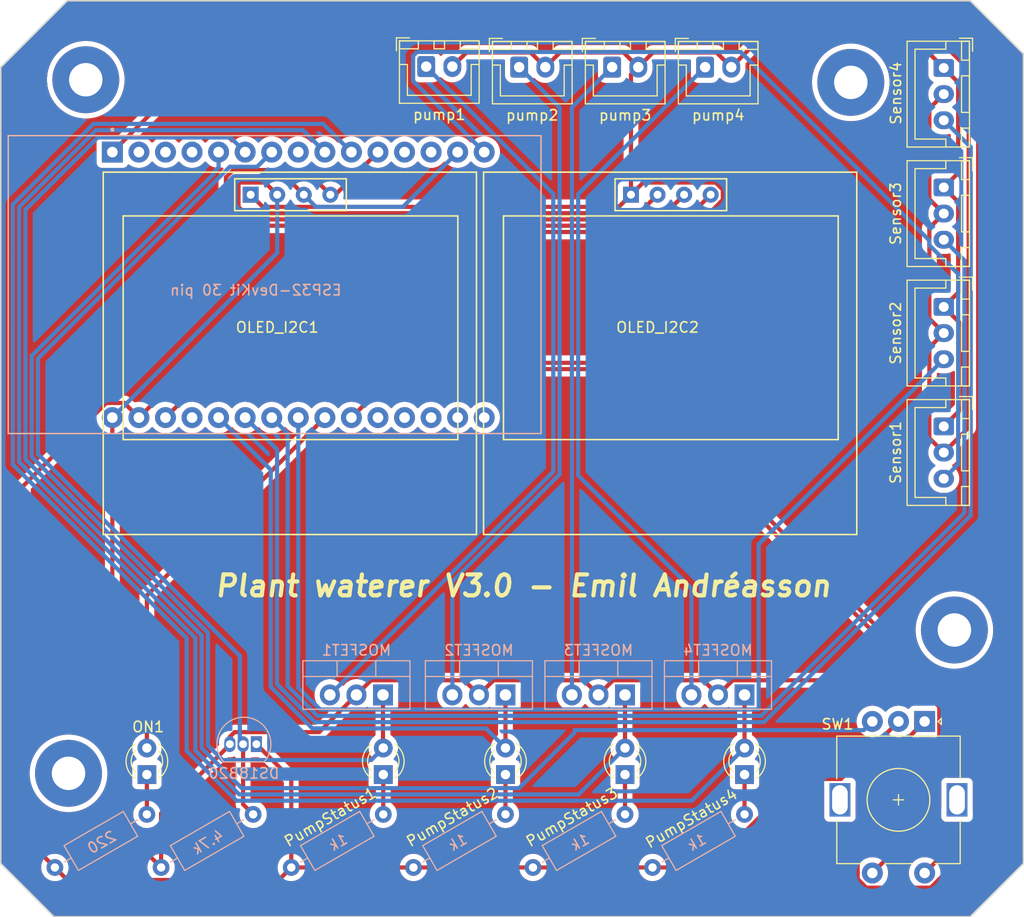
<source format=kicad_pcb>
(kicad_pcb (version 20241229) (generator "pcbnew") (generator_version "9.0")
  (layers (0 "F.Cu" signal) (2 "B.Cu" signal) (13 "F.Paste" user) (15 "B.Paste" user) (5 "F.SilkS" user "F.Silkscreen") (7 "B.SilkS" user "B.Silkscreen") (1 "F.Mask" user) (3 "B.Mask" user) (25 "Edge.Cuts" user))
  (net 0 "")
  (net 2 "Net-(ESP1-D22)")
  (net 3 "Net-(ESP1-D14)")
  (net 4 "Net-(ESP1-D25)")
  (net 6 "Net-(ESP1-D13)")
  (net 7 "Net-(ESP1-D32)")
  (net 10 "Net-(ESP1-D27)")
  (net 11 "Net-(ESP1-RX2)")
  (net 13 "Net-(ESP1-D23)")
  (net 14 "Net-(J1-Pin_1)")
  (net 15 "Net-(ESP1-D19)")
  (net 17 "Net-(ESP1-D33)")
  (net 18 "Net-(ESP1-D26)")
  (net 20 "Net-(ESP1-D18)")
  (net 21 "Net-(ESP1-VIN)")
  (net 22 "Net-(ESP1-3V3)")
  (net 23 "Net-(ESP1-TX2)")
  (net 24 "Net-(ESP1-D4)")
  (net 29 "Net-(ESP1-D21)")
  (net 31 "Net-(J5-Pin_1)")
  (net 32 "Net-(J6-Pin_1)")
  (net 33 "Net-(J7-Pin_1)")
  (net 34 "Net-(J8-Pin_1)")
  (net 35 "Net-(ON1-K)")
  (net 36 "Net-(PumpStatus1-K)")
  (net 37 "Net-(PumpStatus2-K)")
  (net 38 "Net-(PumpStatus3-K)")
  (net 39 "Net-(PumpStatus4-K)")
  (footprint "SSD1306:ssd1306_1.3''" (layer "F.Cu") (at 108.2215 70.6905)
    (property "Reference" "OLED_I2C1" (at 7.62 10.152 0) (layer "F.SilkS"))
    (property "Value" "SSD1306")
    (pad "1" thru_hole rect (at 5.08 -2.54) (size 1.524 1.524) (drill 0.762) (layers "*.Cu" "*.Mask") (net 14 "Net-(J1-Pin_1)"))
    (pad "2" thru_hole circle (at 7.62 -2.54) (size 1.524 1.524) (drill 0.762) (layers "*.Cu" "*.Mask") (net 21 "Net-(ESP1-VIN)"))
    (pad "3" thru_hole circle (at 10.16 -2.54) (size 1.524 1.524) (drill 0.762) (layers "*.Cu" "*.Mask") (net 2 "Net-(ESP1-D22)"))
    (pad "4" thru_hole circle (at 12.7 -2.54) (size 1.524 1.524) (drill 0.762) (layers "*.Cu" "*.Mask") (net 29 "Net-(ESP1-D21)"))
  )
  (footprint "Rotary_Encoder:RotaryEncoder_Alps_EC11E-Switch_Vertical_H20mm" (layer "F.Cu") (at 177.748 118.547 -90)
    (property "Reference" "SW1" (at 0.265 8.33 180) (layer "F.SilkS"))
    (property "Value" "Rotary_Encoder_Switch")
    (pad "A" thru_hole rect (at 0 0 270) (size 2 2) (drill 1) (layers "*.Cu" "*.Mask") (net 6 "Net-(ESP1-D13)"))
    (pad "B" thru_hole circle (at 0 5 270) (size 2 2) (drill 1) (layers "*.Cu" "*.Mask") (net 11 "Net-(ESP1-RX2)"))
    (pad "C" thru_hole circle (at 0 2.5 270) (size 2 2) (drill 1) (layers "*.Cu" "*.Mask") (net 14 "Net-(J1-Pin_1)"))
    (pad "MP" thru_hole rect (at 7.500001 -3.1 270) (size 3.2 2) (drill oval 2.8 1.5) (layers "*.Cu" "*.Mask"))
    (pad "MP" thru_hole rect (at 7.500001 8.1 270) (size 3.2 2) (drill oval 2.8 1.5) (layers "*.Cu" "*.Mask"))
    (pad "S1" thru_hole circle (at 14.5 5 270) (size 2 2) (drill 1) (layers "*.Cu" "*.Mask") (net 21 "Net-(ESP1-VIN)"))
    (pad "S2" thru_hole circle (at 14.5 0 270) (size 2 2) (drill 1) (layers "*.Cu" "*.Mask") (net 7 "Net-(ESP1-D32)"))
  )
  (footprint "MountingHole:MountingHole_3.2mm_M3_Pad" (layer "F.Cu") (at 170.688 57.404)
    (property "Reference" "H2" (hide yes))
    (property "Value" "MountingHole")
    (pad "1" thru_hole circle (at 0 0) (size 6.4 6.4) (drill 3.2) (layers "*.Cu" "*.Mask"))
  )
  (footprint "Connector_JST:JST_XH_B2B-XH-A_1x02_P2.50mm_Vertical" (layer "F.Cu") (at 130.088 55.8915)
    (property "Reference" "J5" (hide yes))
    (property "Value" "pump1" (at 1.25 4.6 0) (layer "F.SilkS"))
    (pad "1" thru_hole roundrect (at 0 0) (size 1.7 2) (drill 1) (layers "*.Cu" "*.Mask") (roundrect_rratio 0.147059) (net 31 "Net-(J5-Pin_1)"))
    (pad "2" thru_hole oval (at 2.5 0) (size 1.7 2) (drill 1) (layers "*.Cu" "*.Mask") (net 14 "Net-(J1-Pin_1)"))
  )
  (footprint "Connector_JST:JST_XH_B2B-XH-A_1x02_P2.50mm_Vertical" (layer "F.Cu") (at 147.868 55.947)
    (property "Reference" "J7" (hide yes))
    (property "Value" "pump3" (at 1.25 4.6 0) (layer "F.SilkS"))
    (pad "1" thru_hole roundrect (at 0 0) (size 1.7 2) (drill 1) (layers "*.Cu" "*.Mask") (roundrect_rratio 0.147059) (net 33 "Net-(J7-Pin_1)"))
    (pad "2" thru_hole oval (at 2.5 0) (size 1.7 2) (drill 1) (layers "*.Cu" "*.Mask") (net 14 "Net-(J1-Pin_1)"))
  )
  (footprint "MountingHole:MountingHole_3.2mm_M3_Pad" (layer "F.Cu") (at 95.885 123.511)
    (property "Reference" "H3" (hide yes))
    (property "Value" "MountingHole")
    (pad "1" thru_hole circle (at 0 0) (size 6.4 6.4) (drill 3.2) (layers "*.Cu" "*.Mask"))
  )
  (footprint "LED_THT:LED_D3.0mm" (layer "F.Cu") (at 103.377998 123.627001 90)
    (property "Reference" "ON1" (at 4.561001 0.127002 180) (layer "F.SilkS"))
    (property "Value" "LED")
    (pad "1" thru_hole rect (at 0 0 90) (size 1.8 1.8) (drill 0.9) (layers "*.Cu" "*.Mask") (net 35 "Net-(ON1-K)"))
    (pad "2" thru_hole circle (at 2.54 0 90) (size 1.8 1.8) (drill 0.9) (layers "*.Cu" "*.Mask") (net 17 "Net-(ESP1-D33)"))
  )
  (footprint "Connector_JST:JST_XH_B2B-XH-A_1x02_P2.50mm_Vertical" (layer "F.Cu") (at 138.978 55.947)
    (property "Reference" "J6" (hide yes))
    (property "Value" "pump2" (at 1.25 4.6 0) (layer "F.SilkS"))
    (pad "1" thru_hole roundrect (at 0 0) (size 1.7 2) (drill 1) (layers "*.Cu" "*.Mask") (roundrect_rratio 0.147059) (net 32 "Net-(J6-Pin_1)"))
    (pad "2" thru_hole oval (at 2.5 0) (size 1.7 2) (drill 1) (layers "*.Cu" "*.Mask") (net 14 "Net-(J1-Pin_1)"))
  )
  (footprint "LED_THT:LED_D3.0mm" (layer "F.Cu") (at 137.668001 123.626998 90)
    (property "Reference" "PumpStatus2" (at -4.075002 -5.080001 30) (layer "F.SilkS"))
    (property "Value" "LED")
    (pad "1" thru_hole rect (at 0 0 90) (size 1.8 1.8) (drill 0.9) (layers "*.Cu" "*.Mask") (net 37 "Net-(PumpStatus2-K)"))
    (pad "2" thru_hole circle (at 2.54 0 90) (size 1.8 1.8) (drill 0.9) (layers "*.Cu" "*.Mask") (net 3 "Net-(ESP1-D14)"))
  )
  (footprint "LED_THT:LED_D3.0mm" (layer "F.Cu") (at 149.098001 123.626999 90)
    (property "Reference" "PumpStatus3" (at -4.075001 -5.080001 30) (layer "F.SilkS"))
    (property "Value" "LED")
    (pad "1" thru_hole rect (at 0 0 90) (size 1.8 1.8) (drill 0.9) (layers "*.Cu" "*.Mask") (net 38 "Net-(PumpStatus3-K)"))
    (pad "2" thru_hole circle (at 2.54 0 90) (size 1.8 1.8) (drill 0.9) (layers "*.Cu" "*.Mask") (net 20 "Net-(ESP1-D18)"))
  )
  (footprint "LED_THT:LED_D3.0mm" (layer "F.Cu") (at 125.984 123.627001 90)
    (property "Reference" "PumpStatus1" (at -4.074999 -5.079998 30) (layer "F.SilkS"))
    (property "Value" "LED")
    (pad "1" thru_hole rect (at 0 0 90) (size 1.8 1.8) (drill 0.9) (layers "*.Cu" "*.Mask") (net 36 "Net-(PumpStatus1-K)"))
    (pad "2" thru_hole circle (at 2.54 0 90) (size 1.8 1.8) (drill 0.9) (layers "*.Cu" "*.Mask") (net 24 "Net-(ESP1-D4)"))
  )
  (footprint "Connector_JST:JST_XH_B3B-XH-A_1x03_P2.50mm_Vertical" (layer "F.Cu") (at 179.578 78.887 -90)
    (property "Reference" "J2" (hide yes))
    (property "Value" "Sensor2" (at 2.5 4.6 90) (layer "F.SilkS"))
    (pad "1" thru_hole roundrect (at 0 0 270) (size 1.7 1.95) (drill 0.95) (layers "*.Cu" "*.Mask") (roundrect_rratio 0.147059) (net 14 "Net-(J1-Pin_1)"))
    (pad "2" thru_hole oval (at 2.5 0 270) (size 1.7 1.95) (drill 0.95) (layers "*.Cu" "*.Mask") (net 22 "Net-(ESP1-3V3)"))
    (pad "3" thru_hole oval (at 5 0 270) (size 1.7 1.95) (drill 0.95) (layers "*.Cu" "*.Mask") (net 4 "Net-(ESP1-D25)"))
  )
  (footprint "MountingHole:MountingHole_3.2mm_M3_Pad" (layer "F.Cu") (at 180.594 109.795)
    (property "Reference" "H4" (hide yes))
    (property "Value" "MountingHole")
    (pad "1" thru_hole circle (at 0 0) (size 6.4 6.4) (drill 3.2) (layers "*.Cu" "*.Mask"))
  )
  (footprint "Connector_JST:JST_XH_B3B-XH-A_1x03_P2.50mm_Vertical" (layer "F.Cu") (at 179.578 56.027 -90)
    (property "Reference" "J4" (hide yes))
    (property "Value" "Sensor4" (at 2.412999 4.572 90) (layer "F.SilkS"))
    (pad "1" thru_hole roundrect (at 0 0 270) (size 1.7 1.95) (drill 0.95) (layers "*.Cu" "*.Mask") (roundrect_rratio 0.147059) (net 14 "Net-(J1-Pin_1)"))
    (pad "2" thru_hole oval (at 2.5 0 270) (size 1.7 1.95) (drill 0.95) (layers "*.Cu" "*.Mask") (net 22 "Net-(ESP1-3V3)"))
    (pad "3" thru_hole oval (at 5 0 270) (size 1.7 1.95) (drill 0.95) (layers "*.Cu" "*.Mask") (net 10 "Net-(ESP1-D27)"))
  )
  (footprint "LED_THT:LED_D3.0mm" (layer "F.Cu") (at 160.528001 123.626999 90)
    (property "Reference" "PumpStatus4" (at -4.202001 -5.080001 30) (layer "F.SilkS"))
    (property "Value" "LED")
    (pad "1" thru_hole rect (at 0 0 90) (size 1.8 1.8) (drill 0.9) (layers "*.Cu" "*.Mask") (net 39 "Net-(PumpStatus4-K)"))
    (pad "2" thru_hole circle (at 2.54 0 90) (size 1.8 1.8) (drill 0.9) (layers "*.Cu" "*.Mask") (net 15 "Net-(ESP1-D19)"))
  )
  (footprint "SSD1306:ssd1306_1.3''" (layer "F.Cu") (at 144.5895 70.6905)
    (property "Reference" "OLED_I2C2" (at 7.62 10.152 0) (layer "F.SilkS"))
    (property "Value" "SSD1306")
    (pad "1" thru_hole rect (at 5.08 -2.54) (size 1.524 1.524) (drill 0.762) (layers "*.Cu" "*.Mask") (net 14 "Net-(J1-Pin_1)"))
    (pad "2" thru_hole circle (at 7.62 -2.54) (size 1.524 1.524) (drill 0.762) (layers "*.Cu" "*.Mask") (net 21 "Net-(ESP1-VIN)"))
    (pad "3" thru_hole circle (at 10.16 -2.54) (size 1.524 1.524) (drill 0.762) (layers "*.Cu" "*.Mask") (net 2 "Net-(ESP1-D22)"))
    (pad "4" thru_hole circle (at 12.7 -2.54) (size 1.524 1.524) (drill 0.762) (layers "*.Cu" "*.Mask") (net 29 "Net-(ESP1-D21)"))
  )
  (footprint "Connector_JST:JST_XH_B3B-XH-A_1x03_P2.50mm_Vertical" (layer "F.Cu") (at 179.578 67.457 -90)
    (property "Reference" "J3" (hide yes))
    (property "Value" "Sensor3" (at 2.5 4.6 90) (layer "F.SilkS"))
    (pad "1" thru_hole roundrect (at 0 0 270) (size 1.7 1.95) (drill 0.95) (layers "*.Cu" "*.Mask") (roundrect_rratio 0.147059) (net 14 "Net-(J1-Pin_1)"))
    (pad "2" thru_hole oval (at 2.5 0 270) (size 1.7 1.95) (drill 0.95) (layers "*.Cu" "*.Mask") (net 22 "Net-(ESP1-3V3)"))
    (pad "3" thru_hole oval (at 5 0 270) (size 1.7 1.95) (drill 0.95) (layers "*.Cu" "*.Mask") (net 18 "Net-(ESP1-D26)"))
  )
  (footprint "Connector_JST:JST_XH_B2B-XH-A_1x02_P2.50mm_Vertical" (layer "F.Cu") (at 156.758 55.947)
    (property "Reference" "J8" (hide yes))
    (property "Value" "pump4" (at 1.25 4.6 0) (layer "F.SilkS"))
    (pad "1" thru_hole roundrect (at 0 0) (size 1.7 2) (drill 1) (layers "*.Cu" "*.Mask") (roundrect_rratio 0.147059) (net 34 "Net-(J8-Pin_1)"))
    (pad "2" thru_hole oval (at 2.5 0) (size 1.7 2) (drill 1) (layers "*.Cu" "*.Mask") (net 14 "Net-(J1-Pin_1)"))
  )
  (footprint "MountingHole:MountingHole_3.2mm_M3_Pad" (layer "F.Cu") (at 97.536 57.15)
    (property "Reference" "H1" (hide yes))
    (property "Value" "MountingHole")
    (pad "1" thru_hole circle (at 0 0) (size 6.4 6.4) (drill 3.2) (layers "*.Cu" "*.Mask"))
  )
  (footprint "Connector_JST:JST_XH_B3B-XH-A_1x03_P2.50mm_Vertical" (layer "F.Cu") (at 179.578 90.317 -90)
    (property "Reference" "J1" (hide yes))
    (property "Value" "Sensor1" (at 2.5 4.6 90) (layer "F.SilkS"))
    (pad "1" thru_hole roundrect (at 0 0 270) (size 1.7 1.95) (drill 0.95) (layers "*.Cu" "*.Mask") (roundrect_rratio 0.147059) (net 14 "Net-(J1-Pin_1)"))
    (pad "2" thru_hole oval (at 2.5 0 270) (size 1.7 1.95) (drill 0.95) (layers "*.Cu" "*.Mask") (net 22 "Net-(ESP1-3V3)"))
    (pad "3" thru_hole oval (at 5 0 270) (size 1.7 1.95) (drill 0.95) (layers "*.Cu" "*.Mask") (net 13 "Net-(ESP1-D23)"))
  )
  (footprint "Resistor_THT:R_Axial_DIN0207_L6.3mm_D2.5mm_P10.16mm_Horizontal" (layer "B.Cu") (at 160.528 127.437 -150)
    (property "Reference" "R6" (hide yes))
    (property "Value" "1k" (at 5.298468 -0.033216 30) (layer "B.SilkS") (effects (justify mirror)))
    (pad "1" thru_hole circle (at 0 0 210) (size 1.6 1.6) (drill 0.8) (layers "*.Cu" "*.Mask") (net 39 "Net-(PumpStatus4-K)"))
    (pad "2" thru_hole oval (at 10.16 0 210) (size 1.6 1.6) (drill 0.8) (layers "*.Cu" "*.Mask") (net 14 "Net-(J1-Pin_1)"))
  )
  (footprint "Package_TO_SOT_THT:TO-92L_Inline" (layer "B.Cu") (at 113.849 120.719 180)
    (property "Reference" "Temp_sensor1" (hide yes))
    (property "Value" "DS18B20" (at 1.19 -2.79 0) (layer "B.SilkS") (effects (justify mirror)))
    (pad "1" thru_hole rect (at 0 0 180) (size 1.05 1.5) (drill 0.75) (layers "*.Cu" "*.Mask") (net 14 "Net-(J1-Pin_1)"))
    (pad "2" thru_hole oval (at 1.27 0 180) (size 1.05 1.5) (drill 0.75) (layers "*.Cu" "*.Mask") (net 23 "Net-(ESP1-TX2)"))
    (pad "3" thru_hole oval (at 2.54 0 180) (size 1.05 1.5) (drill 0.75) (layers "*.Cu" "*.Mask") (net 21 "Net-(ESP1-VIN)"))
  )
  (footprint "Resistor_THT:R_Axial_DIN0207_L6.3mm_D2.5mm_P10.16mm_Horizontal" (layer "B.Cu") (at 125.984 127.437 -150)
    (property "Reference" "R3" (hide yes))
    (property "Value" "1k" (at 5.078498 -0.160216 30) (layer "B.SilkS") (effects (justify mirror)))
    (pad "1" thru_hole circle (at 0 0 210) (size 1.6 1.6) (drill 0.8) (layers "*.Cu" "*.Mask") (net 36 "Net-(PumpStatus1-K)"))
    (pad "2" thru_hole oval (at 10.16 0 210) (size 1.6 1.6) (drill 0.8) (layers "*.Cu" "*.Mask") (net 14 "Net-(J1-Pin_1)"))
  )
  (footprint "Resistor_THT:R_Axial_DIN0207_L6.3mm_D2.5mm_P10.16mm_Horizontal" (layer "B.Cu") (at 103.378 127.437 -150)
    (property "Reference" "R2" (hide yes))
    (property "Value" "220" (at 5.078498 -0.160216 30) (layer "B.SilkS") (effects (justify mirror)))
    (pad "1" thru_hole circle (at 0 0 210) (size 1.6 1.6) (drill 0.8) (layers "*.Cu" "*.Mask") (net 35 "Net-(ON1-K)"))
    (pad "2" thru_hole oval (at 10.16 0 210) (size 1.6 1.6) (drill 0.8) (layers "*.Cu" "*.Mask") (net 14 "Net-(J1-Pin_1)"))
  )
  (footprint "Resistor_THT:R_Axial_DIN0207_L6.3mm_D2.5mm_P10.16mm_Horizontal" (layer "B.Cu") (at 149.098 127.437 -150)
    (property "Reference" "R5" (hide yes))
    (property "Value" "1k" (at 5.078498 -0.160216 30) (layer "B.SilkS") (effects (justify mirror)))
    (pad "1" thru_hole circle (at 0 0 210) (size 1.6 1.6) (drill 0.8) (layers "*.Cu" "*.Mask") (net 38 "Net-(PumpStatus3-K)"))
    (pad "2" thru_hole oval (at 10.16 0 210) (size 1.6 1.6) (drill 0.8) (layers "*.Cu" "*.Mask") (net 14 "Net-(J1-Pin_1)"))
  )
  (footprint "Package_TO_SOT_THT:TO-220-3_Vertical" (layer "B.Cu") (at 160.528 116.007 180)
    (property "Reference" "MOSFET4" (at 2.54 4.27 0) (layer "B.SilkS") (effects (justify mirror)))
    (property "Value" "IRLZ44N")
    (pad "1" thru_hole rect (at 0 0 180) (size 1.905 2) (drill 1.1) (layers "*.Cu" "*.Mask") (net 15 "Net-(ESP1-D19)"))
    (pad "2" thru_hole oval (at 2.54 0 180) (size 1.905 2) (drill 1.1) (layers "*.Cu" "*.Mask") (net 21 "Net-(ESP1-VIN)"))
    (pad "3" thru_hole oval (at 5.08 0 180) (size 1.905 2) (drill 1.1) (layers "*.Cu" "*.Mask") (net 34 "Net-(J8-Pin_1)"))
  )
  (footprint "Package_TO_SOT_THT:TO-220-3_Vertical" (layer "B.Cu") (at 125.9545 116.007 180)
    (property "Reference" "MOSFET1" (at 2.54 4.27 0) (layer "B.SilkS") (effects (justify mirror)))
    (property "Value" "IRLZ44N")
    (pad "1" thru_hole rect (at 0 0 180) (size 1.905 2) (drill 1.1) (layers "*.Cu" "*.Mask") (net 24 "Net-(ESP1-D4)"))
    (pad "2" thru_hole oval (at 2.54 0 180) (size 1.905 2) (drill 1.1) (layers "*.Cu" "*.Mask") (net 21 "Net-(ESP1-VIN)"))
    (pad "3" thru_hole oval (at 5.08 0 180) (size 1.905 2) (drill 1.1) (layers "*.Cu" "*.Mask") (net 31 "Net-(J5-Pin_1)"))
  )
  (footprint "Resistor_THT:R_Axial_DIN0207_L6.3mm_D2.5mm_P10.16mm_Horizontal" (layer "B.Cu") (at 113.538 127.437 -150)
    (property "Reference" "R1" (hide yes))
    (property "Value" "4.7k" (at 5.078498 -0.160216 30) (layer "B.SilkS") (effects (justify mirror)))
    (pad "1" thru_hole circle (at 0 0 210) (size 1.6 1.6) (drill 0.8) (layers "*.Cu" "*.Mask") (net 23 "Net-(ESP1-TX2)"))
    (pad "2" thru_hole oval (at 10.16 0 210) (size 1.6 1.6) (drill 0.8) (layers "*.Cu" "*.Mask") (net 21 "Net-(ESP1-VIN)"))
  )
  (footprint "Resistor_THT:R_Axial_DIN0207_L6.3mm_D2.5mm_P10.16mm_Horizontal" (layer "B.Cu") (at 137.668 127.437 -150)
    (property "Reference" "R4" (hide yes))
    (property "Value" "1k" (at 5.298468 -0.033216 30) (layer "B.SilkS") (effects (justify mirror)))
    (pad "1" thru_hole circle (at 0 0 210) (size 1.6 1.6) (drill 0.8) (layers "*.Cu" "*.Mask") (net 37 "Net-(PumpStatus2-K)"))
    (pad "2" thru_hole oval (at 10.16 0 210) (size 1.6 1.6) (drill 0.8) (layers "*.Cu" "*.Mask") (net 14 "Net-(J1-Pin_1)"))
  )
  (footprint "ESP32-DEVKIT-V1:MODULE_ESP32_DEVKIT_V1" (layer "B.Cu") (at 115.591 76.775 -90)
    (property "Reference" "ESP32-DevKit 30 pin" (at 0.508 1.799 180) (layer "B.SilkS") (effects (justify mirror)))
    (property "Value" "ESP32-DEVKIT-V1")
    (pad "1" thru_hole rect (at -12.7 15.515 270) (size 2 2) (drill 1.02) (layers "*.Cu" "*.Mask") (net 22 "Net-(ESP1-3V3)"))
    (pad "2" thru_hole circle (at -12.7 12.975001 270) (size 2 2) (drill 1.02) (layers "*.Cu" "*.Mask"))
    (pad "3" thru_hole circle (at -12.7 10.435 270) (size 2 2) (drill 1.02) (layers "*.Cu" "*.Mask"))
    (pad "4" thru_hole circle (at -12.7 7.895001 270) (size 2 2) (drill 1.02) (layers "*.Cu" "*.Mask"))
    (pad "5" thru_hole circle (at -12.7 5.355 270) (size 2 2) (drill 1.02) (layers "*.Cu" "*.Mask") (net 24 "Net-(ESP1-D4)"))
    (pad "6" thru_hole circle (at -12.7 2.815001 270) (size 2 2) (drill 1.02) (layers "*.Cu" "*.Mask") (net 11 "Net-(ESP1-RX2)"))
    (pad "7" thru_hole circle (at -12.7 0.275 270) (size 2 2) (drill 1.02) (layers "*.Cu" "*.Mask") (net 23 "Net-(ESP1-TX2)"))
    (pad "8" thru_hole circle (at -12.700001 -2.265 270) (size 2 2) (drill 1.02) (layers "*.Cu" "*.Mask"))
    (pad "9" thru_hole circle (at -12.7 -4.805 270) (size 2 2) (drill 1.02) (layers "*.Cu" "*.Mask") (net 20 "Net-(ESP1-D18)"))
    (pad "10" thru_hole circle (at -12.700001 -7.345 270) (size 2 2) (drill 1.02) (layers "*.Cu" "*.Mask") (net 15 "Net-(ESP1-D19)"))
    (pad "11" thru_hole circle (at -12.7 -9.885 270) (size 2 2) (drill 1.02) (layers "*.Cu" "*.Mask") (net 29 "Net-(ESP1-D21)"))
    (pad "12" thru_hole circle (at -12.700001 -12.425 270) (size 2 2) (drill 1.02) (layers "*.Cu" "*.Mask"))
    (pad "13" thru_hole circle (at -12.7 -14.965 270) (size 2 2) (drill 1.02) (layers "*.Cu" "*.Mask"))
    (pad "14" thru_hole circle (at -12.7 -17.505 270) (size 2 2) (drill 1.02) (layers "*.Cu" "*.Mask") (net 2 "Net-(ESP1-D22)"))
    (pad "15" thru_hole circle (at -12.7 -20.045 270) (size 2 2) (drill 1.02) (layers "*.Cu" "*.Mask") (net 13 "Net-(ESP1-D23)"))
    (pad "16" thru_hole circle (at 12.7 -20.045 270) (size 2 2) (drill 1.02) (layers "*.Cu" "*.Mask"))
    (pad "17" thru_hole circle (at 12.7 -17.505 270) (size 2 2) (drill 1.02) (layers "*.Cu" "*.Mask"))
    (pad "18" thru_hole circle (at 12.7 -14.965 270) (size 2 2) (drill 1.02) (layers "*.Cu" "*.Mask"))
    (pad "19" thru_hole circle (at 12.700001 -12.425 270) (size 2 2) (drill 1.02) (layers "*.Cu" "*.Mask"))
    (pad "20" thru_hole circle (at 12.7 -9.885 270) (size 2 2) (drill 1.02) (layers "*.Cu" "*.Mask"))
    (pad "21" thru_hole circle (at 12.7 -7.345001 270) (size 2 2) (drill 1.02) (layers "*.Cu" "*.Mask") (net 7 "Net-(ESP1-D32)"))
    (pad "22" thru_hole circle (at 12.7 -4.805 270) (size 2 2) (drill 1.02) (layers "*.Cu" "*.Mask") (net 17 "Net-(ESP1-D33)"))
    (pad "23" thru_hole circle (at 12.7 -2.265001 270) (size 2 2) (drill 1.02) (layers "*.Cu" "*.Mask") (net 4 "Net-(ESP1-D25)"))
    (pad "24" thru_hole circle (at 12.7 0.275 270) (size 2 2) (drill 1.02) (layers "*.Cu" "*.Mask") (net 18 "Net-(ESP1-D26)"))
    (pad "25" thru_hole circle (at 12.700001 2.815 270) (size 2 2) (drill 1.02) (layers "*.Cu" "*.Mask") (net 10 "Net-(ESP1-D27)"))
    (pad "26" thru_hole circle (at 12.7 5.355 270) (size 2 2) (drill 1.02) (layers "*.Cu" "*.Mask") (net 3 "Net-(ESP1-D14)"))
    (pad "27" thru_hole circle (at 12.700001 7.895 270) (size 2 2) (drill 1.02) (layers "*.Cu" "*.Mask"))
    (pad "28" thru_hole circle (at 12.7 10.435 270) (size 2 2) (drill 1.02) (layers "*.Cu" "*.Mask") (net 6 "Net-(ESP1-D13)"))
    (pad "29" thru_hole circle (at 12.700001 12.975 270) (size 2 2) (drill 1.02) (layers "*.Cu" "*.Mask") (net 14 "Net-(J1-Pin_1)"))
    (pad "30" thru_hole circle (at 12.7 15.515 270) (size 2 2) (drill 1.02) (layers "*.Cu" "*.Mask") (net 21 "Net-(ESP1-VIN)"))
  )
  (footprint "Package_TO_SOT_THT:TO-220-3_Vertical" (layer "B.Cu") (at 137.668 116.007 180)
    (property "Reference" "MOSFET2" (at 2.54 4.27 0) (layer "B.SilkS") (effects (justify mirror)))
    (property "Value" "IRLZ44N")
    (pad "1" thru_hole rect (at 0 0 180) (size 1.905 2) (drill 1.1) (layers "*.Cu" "*.Mask") (net 3 "Net-(ESP1-D14)"))
    (pad "2" thru_hole oval (at 2.54 0 180) (size 1.905 2) (drill 1.1) (layers "*.Cu" "*.Mask") (net 21 "Net-(ESP1-VIN)"))
    (pad "3" thru_hole oval (at 5.08 0 180) (size 1.905 2) (drill 1.1) (layers "*.Cu" "*.Mask") (net 32 "Net-(J6-Pin_1)"))
  )
  (footprint "Package_TO_SOT_THT:TO-220-3_Vertical" (layer "B.Cu") (at 149.098 116.007 180)
    (property "Reference" "MOSFET3" (at 2.54 4.27 0) (layer "B.SilkS") (effects (justify mirror)))
    (property "Value" "IRLZ44N")
    (pad "1" thru_hole rect (at 0 0 180) (size 1.905 2) (drill 1.1) (layers "*.Cu" "*.Mask") (net 20 "Net-(ESP1-D18)"))
    (pad "2" thru_hole oval (at 2.54 0 180) (size 1.905 2) (drill 1.1) (layers "*.Cu" "*.Mask") (net 21 "Net-(ESP1-VIN)"))
    (pad "3" thru_hole oval (at 5.08 0 180) (size 1.905 2) (drill 1.1) (layers "*.Cu" "*.Mask") (net 33 "Net-(J7-Pin_1)"))
  )
  (gr_line (start 89.408 132.147) (end 89.408 58.487) (stroke (width 0.15)) (layer "Edge.Cuts"))
  (gr_line (start 187.198 132.147) (end 182.118 137.227) (stroke (width 0.15)) (layer "Edge.Cuts"))
  (gr_line (start 89.408 58.487) (end 89.408 55.947) (stroke (width 0.15)) (layer "Edge.Cuts"))
  (gr_line (start 94.488 137.227) (end 89.408 132.147) (stroke (width 0.15)) (layer "Edge.Cuts"))
  (gr_line (start 95.758 49.597) (end 182.118 49.597) (stroke (width 0.15)) (layer "Edge.Cuts"))
  (gr_line (start 89.408 55.947) (end 95.758 49.597) (stroke (width 0.15)) (layer "Edge.Cuts"))
  (gr_line (start 182.118 137.227) (end 94.488 137.227) (stroke (width 0.15)) (layer "Edge.Cuts"))
  (gr_line (start 182.118 49.597) (end 187.198 54.677) (stroke (width 0.15)) (layer "Edge.Cuts"))
  (gr_line (start 187.198 54.677) (end 187.198 132.147) (stroke (width 0.15)) (layer "Edge.Cuts"))
  (gr_text "Plant waterer V3.0 - Emil Andréasson" (at 109.728 106.747 0) (layer "F.SilkS") (effects (font (size 2 2) (thickness 0.4) (bold yes) (italic yes)) (justify left bottom)))
  (segment (start 116.6175 66.3865) (end 111.889558 66.3865) (width 0.4) (layer "F.Cu") (net 2))
  (segment (start 111.5375 66.738558) (end 111.5375 69.562442) (width 0.4) (layer "F.Cu") (net 2))
  (segment (start 111.5375 69.562442) (end 112.490558 70.5155) (width 0.4) (layer "F.Cu") (net 2))
  (segment (start 112.490558 70.5155) (end 152.3845 70.5155) (width 0.4) (layer "F.Cu") (net 2))
  (segment (start 111.889558 66.3865) (end 111.5375 66.738558) (width 0.4) (layer "F.Cu") (net 2))
  (segment (start 118.3815 68.1505) (end 116.6175 66.3865) (width 0.4) (layer "F.Cu") (net 2))
  (segment (start 152.3845 70.5155) (end 154.7495 68.1505) (width 0.4) (layer "F.Cu") (net 2))
  (segment (start 119.5445 69.3135) (end 127.8575 69.3135) (width 0.4) (layer "B.Cu") (net 2))
  (segment (start 127.8575 69.3135) (end 133.096 64.075) (width 0.4) (layer "B.Cu") (net 2))
  (segment (start 118.3815 68.1505) (end 119.5445 69.3135) (width 0.4) (layer "B.Cu") (net 2))
  (segment (start 137.668 116.007) (end 137.668001 121.086998) (width 0.4) (layer "F.Cu") (net 3))
  (segment (start 135.792003 119.211) (end 119.201174 119.211) (width 0.4) (layer "B.Cu") (net 3))
  (segment (start 119.201174 119.211) (end 115.223 115.232826) (width 0.4) (layer "B.Cu") (net 3))
  (segment (start 137.668001 121.086998) (end 135.792003 119.211) (width 0.4) (layer "B.Cu") (net 3))
  (segment (start 115.223 94.462) (end 110.236 89.475) (width 0.4) (layer "B.Cu") (net 3))
  (segment (start 115.223 115.232826) (end 115.223 94.462) (width 0.4) (layer "B.Cu") (net 3))
  (segment (start 117.856001 115.316001) (end 117.856001 89.475) (width 0.4) (layer "B.Cu") (net 4))
  (segment (start 119.948 117.408) (end 117.856001 115.316001) (width 0.4) (layer "B.Cu") (net 4))
  (segment (start 161.8815 101.5835) (end 161.8815 117.408) (width 0.4) (layer "B.Cu") (net 4))
  (segment (start 179.578 83.887) (end 161.8815 101.5835) (width 0.4) (layer "B.Cu") (net 4))
  (segment (start 161.8815 117.408) (end 119.948 117.408) (width 0.4) (layer "B.Cu") (net 4))
  (segment (start 105.156 89.475) (end 110.396 84.235) (width 0.4) (layer "F.Cu") (net 6))
  (segment (start 171.347 133.627314) (end 171.347 124.948) (width 0.4) (layer "F.Cu") (net 6))
  (segment (start 171.347 124.948) (end 177.748 118.547) (width 0.4) (layer "F.Cu") (net 6))
  (segment (start 110.396 84.235) (end 147.937884 84.235) (width 0.4) (layer "F.Cu") (net 6))
  (segment (start 183.989 128.787314) (end 178.328314 134.448) (width 0.4) (layer "F.Cu") (net 6))
  (segment (start 172.167686 134.448) (end 171.347 133.627314) (width 0.4) (layer "F.Cu") (net 6))
  (segment (start 178.328314 134.448) (end 172.167686 134.448) (width 0.4) (layer "F.Cu") (net 6))
  (segment (start 183.989 120.286116) (end 183.989 128.787314) (width 0.4) (layer "F.Cu") (net 6))
  (segment (start 147.937884 84.235) (end 183.989 120.286116) (width 0.4) (layer "F.Cu") (net 6))
  (segment (start 177.341 133.047) (end 177.292 133.096) (width 0.4) (layer "F.Cu") (net 7))
  (segment (start 127.575001 84.836) (end 122.936001 89.475) (width 0.4) (layer "F.Cu") (net 7))
  (segment (start 183.388 127.407) (end 183.388 120.535058) (width 0.4) (layer "F.Cu") (net 7))
  (segment (start 177.748 133.047) (end 177.341 133.047) (width 0.4) (layer "F.Cu") (net 7))
  (segment (start 183.388 120.535058) (end 147.688942 84.836) (width 0.4) (layer "F.Cu") (net 7))
  (segment (start 177.748 133.047) (end 183.388 127.407) (width 0.4) (layer "F.Cu") (net 7))
  (segment (start 147.688942 84.836) (end 127.575001 84.836) (width 0.4) (layer "F.Cu") (net 7))
  (segment (start 119.450116 118.61) (end 115.824 114.983884) (width 0.4) (layer "B.Cu") (net 10))
  (segment (start 182.156 98.833384) (end 162.379384 118.61) (width 0.4) (layer "B.Cu") (net 10))
  (segment (start 179.578 61.027) (end 182.156 63.605) (width 0.4) (layer "B.Cu") (net 10))
  (segment (start 162.379384 118.61) (end 119.450116 118.61) (width 0.4) (layer "B.Cu") (net 10))
  (segment (start 115.824 92.523001) (end 112.776 89.475001) (width 0.4) (layer "B.Cu") (net 10))
  (segment (start 182.156 63.605) (end 182.156 98.833384) (width 0.4) (layer "B.Cu") (net 10))
  (segment (start 115.824 114.983884) (end 115.824 92.523001) (width 0.4) (layer "B.Cu") (net 10))
  (segment (start 112.454497 124.928001) (end 108.619 121.092504) (width 0.4) (layer "B.Cu") (net 11))
  (segment (start 91.762 69.587) (end 98.675 62.674) (width 0.4) (layer "B.Cu") (net 11))
  (segment (start 108.619 121.092504) (end 108.619 110.318884) (width 0.4) (layer "B.Cu") (net 11))
  (segment (start 98.675 62.674) (end 111.374999 62.674) (width 0.4) (layer "B.Cu") (net 11))
  (segment (start 108.619 110.318884) (end 91.762 93.461884) (width 0.4) (layer "B.Cu") (net 11))
  (segment (start 172.748 118.547) (end 171.915 119.38) (width 0.4) (layer "B.Cu") (net 11))
  (segment (start 138.968998 124.928001) (end 112.454497 124.928001) (width 0.4) (layer "B.Cu") (net 11))
  (segment (start 144.272 119.38) (end 144.272 119.624999) (width 0.4) (layer "B.Cu") (net 11))
  (segment (start 144.272 119.624999) (end 138.968998 124.928001) (width 0.4) (layer "B.Cu") (net 11))
  (segment (start 91.762 91.948) (end 91.762 69.587) (width 0.4) (layer "B.Cu") (net 11))
  (segment (start 91.762 93.461884) (end 91.762 91.948) (width 0.4) (layer "B.Cu") (net 11))
  (segment (start 111.374999 62.674) (end 112.775999 64.075) (width 0.4) (layer "B.Cu") (net 11))
  (segment (start 171.915 119.38) (end 144.272 119.38) (width 0.4) (layer "B.Cu") (net 11))
  (segment (start 178.202 72.975181) (end 178.202 72.538) (width 0.4) (layer "B.Cu") (net 13))
  (segment (start 180.954 75.727181) (end 178.202 72.975181) (width 0.4) (layer "B.Cu") (net 13))
  (segment (start 128.837 57.276) (end 135.636 64.075) (width 0.4) (layer "B.Cu") (net 13))
  (segment (start 179.578 95.317) (end 180.954 93.941) (width 0.4) (layer "B.Cu") (net 13))
  (segment (start 178.202 72.538) (end 160.1545 54.4905) (width 0.4) (layer "B.Cu") (net 13))
  (segment (start 128.837 54.86492) (end 128.837 57.276) (width 0.4) (layer "B.Cu") (net 13))
  (segment (start 129.21142 54.4905) (end 128.837 54.86492) (width 0.4) (layer "B.Cu") (net 13))
  (segment (start 180.954 93.941) (end 180.954 75.727181) (width 0.4) (layer "B.Cu") (net 13))
  (segment (start 160.1545 54.4905) (end 129.21142 54.4905) (width 0.4) (layer "B.Cu") (net 13))
  (segment (start 91.567 129.504818) (end 91.567 96.002686) (width 0.4) (layer "F.Cu") (net 14))
  (segment (start 155.367231 71.7175) (end 120.373501 71.7175) (width 0.4) (layer "F.Cu") (net 14))
  (segment (start 179.578 78.887) (end 181.356 80.665) (width 0.4) (layer "F.Cu") (net 14))
  (segment (start 141.478 55.947) (end 142.879 54.546) (width 0.4) (layer "F.Cu") (net 14))
  (segment (start 91.567 96.002686) (end 99.495686 88.074) (width 0.4) (layer "F.Cu") (net 14))
  (segment (start 157.146471 132.517) (end 151.729182 132.517) (width 0.4) (layer "F.Cu") (net 14))
  (segment (start 180.954 57.403) (end 180.954 66.081) (width 0.4) (layer "F.Cu") (net 14))
  (segment (start 150.368 55.947) (end 151.769 54.546) (width 0.4) (layer "F.Cu") (net 14))
  (segment (start 176.405 52.854) (end 162.351 52.854) (width 0.4) (layer "F.Cu") (net 14))
  (segment (start 128.869182 132.517) (end 117.185182 132.517) (width 0.4) (layer "F.Cu") (net 14))
  (segment (start 157.771231 66.9875) (end 158.4525 67.668769) (width 0.4) (layer "F.Cu") (net 14))
  (segment (start 117.185182 124.055182) (end 113.849 120.719) (width 0.4) (layer "F.Cu") (net 14))
  (segment (start 142.879 54.546) (end 148.967 54.546) (width 0.4) (layer "F.Cu") (net 14))
  (segment (start 169.748999 124.046001) (end 165.61747 124.046001) (width 0.4) (layer "F.Cu") (net 14))
  (segment (start 115.984182 133.718) (end 95.780182 133.718) (width 0.4) (layer "F.Cu") (net 14))
  (segment (start 149.6695 68.1505) (end 150.8325 66.9875) (width 0.4) (layer "F.Cu") (net 14))
  (segment (start 180.954 77.511) (end 179.578 78.887) (width 0.4) (layer "F.Cu") (net 14))
  (segment (start 179.578 56.027) (end 180.954 57.403) (width 0.4) (layer "F.Cu") (net 14))
  (segment (start 157.857 54.546) (end 159.258 55.947) (width 0.4) (layer "F.Cu") (net 14))
  (segment (start 149.6695 56.6455) (end 150.368 55.947) (width 0.4) (layer "F.Cu") (net 14))
  (segment (start 162.351 52.854) (end 159.258 55.947) (width 0.4) (layer "F.Cu") (net 14))
  (segment (start 175.248 118.547) (end 169.748999 124.046001) (width 0.4) (layer "F.Cu") (net 14))
  (segment (start 151.729182 132.517) (end 140.299182 132.517) (width 0.4) (layer "F.Cu") (net 14))
  (segment (start 179.578 67.457) (end 180.954 68.833) (width 0.4) (layer "F.Cu") (net 14))
  (segment (start 181.356 88.539) (end 179.578 90.317) (width 0.4) (layer "F.Cu") (net 14))
  (segment (start 180.954 68.833) (end 180.954 77.511) (width 0.4) (layer "F.Cu") (net 14))
  (segment (start 117.185182 132.517) (end 115.984182 133.718) (width 0.4) (layer "F.Cu") (net 14))
  (segment (start 117.185182 132.517) (end 117.185182 124.055182) (width 0.4) (layer "F.Cu") (net 14))
  (segment (start 158.4525 67.668769) (end 158.4525 68.632231) (width 0.4) (layer "F.Cu") (net 14))
  (segment (start 132.588 55.8915) (end 133.9335 54.546) (width 0.4) (layer "F.Cu") (net 14))
  (segment (start 99.495686 88.074) (end 101.214999 88.074) (width 0.4) (layer "F.Cu") (net 14))
  (segment (start 133.9335 54.546) (end 140.077 54.546) (width 0.4) (layer "F.Cu") (net 14))
  (segment (start 150.8325 66.9875) (end 157.771231 66.9875) (width 0.4) (layer "F.Cu") (net 14))
  (segment (start 180.954 66.081) (end 179.578 67.457) (width 0.4) (layer "F.Cu") (net 14))
  (segment (start 101.214999 88.074) (end 102.616 89.475001) (width 0.4) (layer "F.Cu") (net 14))
  (segment (start 151.769 54.546) (end 157.857 54.546) (width 0.4) (layer "F.Cu") (net 14))
  (segment (start 114.4645 69.3135) (end 148.5065 69.3135) (width 0.4) (layer "F.Cu") (net 14))
  (segment (start 179.578 56.027) (end 176.405 52.854) (width 0.4) (layer "F.Cu") (net 14))
  (segment (start 148.5065 69.3135) (end 149.6695 68.1505) (width 0.4) (layer "F.Cu") (net 14))
  (segment (start 148.967 54.546) (end 150.368 55.947) (width 0.4) (layer "F.Cu") (net 14))
  (segment (start 94.579182 132.517) (end 91.567 129.504818) (width 0.4) (layer "F.Cu") (net 14))
  (segment (start 95.780182 133.718) (end 94.579182 132.517) (width 0.4) (layer "F.Cu") (net 14))
  (segment (start 181.356 80.665) (end 181.356 88.539) (width 0.4) (layer "F.Cu") (net 14))
  (segment (start 149.6695 68.1505) (end 149.6695 56.6455) (width 0.4) (layer "F.Cu") (net 14))
  (segment (start 158.4525 68.632231) (end 155.367231 71.7175) (width 0.4) (layer "F.Cu") (net 14))
  (segment (start 165.61747 124.046001) (end 157.146471 132.517) (width 0.4) (layer "F.Cu") (net 14))
  (segment (start 128.869182 132.517) (end 140.299182 132.517) (width 0.4) (layer "F.Cu") (net 14))
  (segment (start 120.373501 71.7175) (end 102.616 89.475001) (width 0.4) (layer "F.Cu") (net 14))
  (segment (start 113.3015 68.1505) (end 114.4645 69.3135) (width 0.4) (layer "F.Cu") (net 14))
  (segment (start 140.077 54.546) (end 141.478 55.947) (width 0.4) (layer "F.Cu") (net 14))
  (segment (start 160.528 116.007) (end 160.528001 121.086999) (width 0.4) (layer "F.Cu") (net 15))
  (segment (start 90.56 93.959768) (end 90.56 69.089116) (width 0.4) (layer "B.Cu") (net 15))
  (segment (start 155.484999 126.130001) (end 111.956613 126.130001) (width 0.4) (layer "B.Cu") (net 15))
  (segment (start 111.956613 126.130001) (end 107.188 121.361388) (width 0.4) (layer "B.Cu") (net 15))
  (segment (start 120.236001 61.375) (end 122.936 64.074999) (width 0.4) (layer "B.Cu") (net 15))
  (segment (start 107.188 110.587768) (end 90.56 93.959768) (width 0.4) (layer "B.Cu") (net 15))
  (segment (start 90.56 69.089116) (end 98.274116 61.375) (width 0.4) (layer "B.Cu") (net 15))
  (segment (start 160.528001 121.086999) (end 155.484999 126.130001) (width 0.4) (layer "B.Cu") (net 15))
  (segment (start 107.188 121.361388) (end 107.188 110.587768) (width 0.4) (layer "B.Cu") (net 15))
  (segment (start 98.274116 61.375) (end 120.236001 61.375) (width 0.4) (layer "B.Cu") (net 15))
  (segment (start 103.377998 106.493002) (end 120.396 89.475) (width 0.4) (layer "F.Cu") (net 17))
  (segment (start 103.377998 121.087001) (end 103.377998 106.493002) (width 0.4) (layer "F.Cu") (net 17))
  (segment (start 162.130442 118.009) (end 119.699058 118.009) (width 0.4) (layer "B.Cu") (net 18))
  (segment (start 181.555 98.584442) (end 162.130442 118.009) (width 0.4) (layer "B.Cu") (net 18))
  (segment (start 181.555 74.434) (end 181.555 98.584442) (width 0.4) (layer "B.Cu") (net 18))
  (segment (start 116.84 90.999) (end 115.316 89.475) (width 0.4) (layer "B.Cu") (net 18))
  (segment (start 179.578 72.457) (end 181.555 74.434) (width 0.4) (layer "B.Cu") (net 18))
  (segment (start 116.84 115.149942) (end 116.84 90.999) (width 0.4) (layer "B.Cu") (net 18))
  (segment (start 119.699058 118.009) (end 116.84 115.149942) (width 0.4) (layer "B.Cu") (net 18))
  (segment (start 149.098001 121.086999) (end 149.098 116.007) (width 0.4) (layer "F.Cu") (net 20))
  (segment (start 108.018 121.341446) (end 108.018 110.567826) (width 0.4) (layer "B.Cu") (net 20))
  (segment (start 91.161 93.710826) (end 91.161 69.338058) (width 0.4) (layer "B.Cu") (net 20))
  (segment (start 112.205555 125.529001) (end 108.018 121.341446) (width 0.4) (layer "B.Cu") (net 20))
  (segment (start 144.655999 125.529001) (end 112.205555 125.529001) (width 0.4) (layer "B.Cu") (net 20))
  (segment (start 108.018 110.567826) (end 91.161 93.710826) (width 0.4) (layer "B.Cu") (net 20))
  (segment (start 149.098001 121.086999) (end 144.655999 125.529001) (width 0.4) (layer "B.Cu") (net 20))
  (segment (start 118.297 61.976) (end 120.396 64.075) (width 0.4) (layer "B.Cu") (net 20))
  (segment (start 98.523058 61.976) (end 118.297 61.976) (width 0.4) (layer "B.Cu") (net 20))
  (segment (start 91.161 69.338058) (end 98.523058 61.976) (width 0.4) (layer "B.Cu") (net 20))
  (segment (start 115.8415 68.1505) (end 114.6785 66.9875) (width 0.4) (layer "F.Cu") (net 21))
  (segment (start 147.959 114.606) (end 156.587 114.606) (width 0.4) (layer "F.Cu") (net 21))
  (segment (start 112.7395 69.9145) (end 150.4455 69.9145) (width 0.4) (layer "F.Cu") (net 21))
  (segment (start 111.309 120.719) (end 111.309 120.019) (width 0.4) (layer "F.Cu") (net 21))
  (segment (start 112.1385 66.9875) (end 112.1385 69.3135) (width 0.4) (layer "F.Cu") (net 21))
  (segment (start 179.149 117.146) (end 176.609 114.606) (width 0.4) (layer "F.Cu") (net 21))
  (segment (start 111.309 120.019) (end 111.76 119.568) (width 0.4) (layer "F.Cu") (net 21))
  (segment (start 104.739182 132.517) (end 104.739182 127.345818) (width 0.4) (layer "F.Cu") (net 21))
  (segment (start 123.4145 116.007) (end 124.8155 114.606) (width 0.4) (layer "F.Cu") (net 21))
  (segment (start 112.1385 69.3135) (end 112.7395 69.9145) (width 0.4) (layer "F.Cu") (net 21))
  (segment (start 176.609 114.606) (end 159.389 114.606) (width 0.4) (layer "F.Cu") (net 21))
  (segment (start 110.998 121.087) (end 110.998 120.822438) (width 0.4) (layer "F.Cu") (net 21))
  (segment (start 100.076 127.853818) (end 104.739182 132.517) (width 0.4) (layer "F.Cu") (net 21))
  (segment (start 119.8535 119.568) (end 123.4145 116.007) (width 0.4) (layer "F.Cu") (net 21))
  (segment (start 133.727 114.606) (end 135.128 116.007) (width 0.4) (layer "F.Cu") (net 21))
  (segment (start 104.739182 127.345818) (end 110.998 121.087) (width 0.4) (layer "F.Cu") (net 21))
  (segment (start 111.76 119.568) (end 119.8535 119.568) (width 0.4) (layer "F.Cu") (net 21))
  (segment (start 136.529 114.606) (end 145.157 114.606) (width 0.4) (layer "F.Cu") (net 21))
  (segment (start 179.149 126.646) (end 179.149 117.146) (width 0.4) (layer "F.Cu") (net 21))
  (segment (start 135.128 116.007) (end 136.529 114.606) (width 0.4) (layer "F.Cu") (net 21))
  (segment (start 172.748 133.047) (end 179.149 126.646) (width 0.4) (layer "F.Cu") (net 21))
  (segment (start 100.076 89.475) (end 100.076 127.853818) (width 0.4) (layer "F.Cu") (net 21))
  (segment (start 156.587 114.606) (end 157.988 116.007) (width 0.4) (layer "F.Cu") (net 21))
  (segment (start 124.8155 114.606) (end 133.727 114.606) (width 0.4) (layer "F.Cu") (net 21))
  (segment (start 150.4455 69.9145) (end 152.2095 68.1505) (width 0.4) (layer "F.Cu") (net 21))
  (segment (start 114.6785 66.9875) (end 112.1385 66.9875) (width 0.4) (layer "F.Cu") (net 21))
  (segment (start 159.389 114.606) (end 157.988 116.007) (width 0.4) (layer "F.Cu") (net 21))
  (segment (start 145.157 114.606) (end 146.558 116.007) (width 0.4) (layer "F.Cu") (net 21))
  (segment (start 146.558 116.007) (end 147.959 114.606) (width 0.4) (layer "F.Cu") (net 21))
  (segment (start 115.8415 73.7095) (end 115.8415 68.1505) (width 0.4) (layer "B.Cu") (net 21))
  (segment (start 100.076 89.475) (end 115.8415 73.7095) (width 0.4) (layer "B.Cu") (net 21))
  (segment (start 179.578 92.817) (end 181.957 90.438) (width 0.4) (layer "F.Cu") (net 22))
  (segment (start 178.202 82.763) (end 178.202 91.441) (width 0.4) (layer "F.Cu") (net 22))
  (segment (start 112.335 51.816) (end 100.076 64.075) (width 0.4) (layer "F.Cu") (net 22))
  (segment (start 178.202 59.903) (end 178.202 68.581) (width 0.4) (layer "F.Cu") (net 22))
  (segment (start 177.61958 51.816) (end 112.335 51.816) (width 0.4) (layer "F.Cu") (net 22))
  (segment (start 181.957 56.15342) (end 177.61958 51.816) (width 0.4) (layer "F.Cu") (net 22))
  (segment (start 178.202 71.333) (end 178.202 80.011) (width 0.4) (layer "F.Cu") (net 22))
  (segment (start 178.202 91.441) (end 179.578 92.817) (width 0.4) (layer "F.Cu") (net 22))
  (segment (start 179.578 69.957) (end 178.202 71.333) (width 0.4) (layer "F.Cu") (net 22))
  (segment (start 178.202 80.011) (end 179.578 81.387) (width 0.4) (layer "F.Cu") (net 22))
  (segment (start 179.578 58.527) (end 178.202 59.903) (width 0.4) (layer "F.Cu") (net 22))
  (segment (start 178.202 68.581) (end 179.578 69.957) (width 0.4) (layer "F.Cu") (net 22))
  (segment (start 181.957 90.438) (end 181.957 56.15342) (width 0.4) (layer "F.Cu") (net 22))
  (segment (start 179.578 81.387) (end 178.202 82.763) (width 0.4) (layer "F.Cu") (net 22))
  (segment (start 113.538 127.437) (end 112.579 126.478) (width 0.4) (layer "F.Cu") (net 23))
  (segment (start 112.579 126.478) (end 112.579 120.719) (width 0.4) (layer "F.Cu") (net 23))
  (segment (start 92.964 83.82) (end 111.308 65.476) (width 0.4) (layer "B.Cu") (net 23))
  (segment (start 111.308 65.476) (end 113.915 65.476) (width 0.4) (layer "B.Cu") (net 23))
  (segment (start 112.268 112.268) (end 92.964 92.964) (width 0.4) (layer "B.Cu") (net 23))
  (segment (start 92.964 92.964) (end 92.964 83.82) (width 0.4) (layer "B.Cu") (net 23))
  (segment (start 112.268 121.087) (end 112.268 112.268) (width 0.4) (layer "B.Cu") (net 23))
  (segment (start 113.915 65.476) (end 115.316 64.075) (width 0.4) (layer "B.Cu") (net 23))
  (segment (start 125.9545 116.007) (end 125.9545 121.057501) (width 0.4) (layer "F.Cu") (net 24))
  (segment (start 125.9545 121.057501) (end 125.984 121.087001) (width 0.4) (layer "F.Cu") (net 24))
  (segment (start 92.363 83.571058) (end 109.728 66.206058) (width 0.4) (layer "B.Cu") (net 24))
  (segment (start 110.236 65.532) (end 110.236 64.075) (width 0.4) (layer "B.Cu") (net 24))
  (segment (start 110.614438 122.238) (end 109.22 120.843562) (width 0.4) (layer "B.Cu") (net 24))
  (segment (start 109.22 110.069942) (end 92.363 93.212942) (width 0.4) (layer "B.Cu") (net 24))
  (segment (start 109.728 66.04) (end 110.236 65.532) (width 0.4) (layer "B.Cu") (net 24))
  (segment (start 125.984 121.087001) (end 124.833001 122.238) (width 0.4) (layer "B.Cu") (net 24))
  (segment (start 92.363 93.212942) (end 92.363 83.571058) (width 0.4) (layer "B.Cu") (net 24))
  (segment (start 109.728 66.206058) (end 109.728 66.04) (width 0.4) (layer "B.Cu") (net 24))
  (segment (start 124.833001 122.238) (end 110.614438 122.238) (width 0.4) (layer "B.Cu") (net 24))
  (segment (start 109.22 120.843562) (end 109.22 110.069942) (width 0.4) (layer "B.Cu") (net 24))
  (segment (start 118.5565 65.7855) (end 111.640616 65.7855) (width 0.4) (layer "F.Cu") (net 29))
  (segment (start 111.640616 65.7855) (end 110.9365 66.489616) (width 0.4) (layer "F.Cu") (net 29))
  (segment (start 110.9365 69.811384) (end 112.241616 71.1165) (width 0.4) (layer "F.Cu") (net 29))
  (segment (start 120.9215 68.1505) (end 118.5565 65.7855) (width 0.4) (layer "F.Cu") (net 29))
  (segment (start 154.3235 71.1165) (end 157.2895 68.1505) (width 0.4) (layer "F.Cu") (net 29))
  (segment (start 110.9365 66.489616) (end 110.9365 69.811384) (width 0.4) (layer "F.Cu") (net 29))
  (segment (start 112.241616 71.1165) (end 154.3235 71.1165) (width 0.4) (layer "F.Cu") (net 29))
  (segment (start 120.9215 68.1505) (end 121.4005 68.1505) (width 0.4) (layer "F.Cu") (net 29))
  (segment (start 121.4005 68.1505) (end 125.476 64.075) (width 0.4) (layer "F.Cu") (net 29))
  (segment (start 142.24 94.6415) (end 142.24 68.072) (width 0.4) (layer "B.Cu") (net 31))
  (segment (start 120.8745 116.007) (end 142.24 94.6415) (width 0.4) (layer "B.Cu") (net 31))
  (segment (start 130.088 55.92) (end 130.088 55.8915) (width 0.4) (layer "B.Cu") (net 31))
  (segment (start 142.24 68.072) (end 130.088 55.92) (width 0.4) (layer "B.Cu") (net 31))
  (segment (start 132.588 116.007) (end 132.588 105.156) (width 0.4) (layer "B.Cu") (net 32))
  (segment (start 142.841 94.903) (end 142.841 59.81) (width 0.4) (layer "B.Cu") (net 32))
  (segment (start 132.588 105.156) (end 142.841 94.903) (width 0.4) (layer "B.Cu") (net 32))
  (segment (start 142.841 59.81) (end 138.978 55.947) (width 0.4) (layer "B.Cu") (net 32))
  (segment (start 144.018 59.797) (end 147.868 55.947) (width 0.4) (layer "B.Cu") (net 33))
  (segment (start 144.018 116.007) (end 144.018 59.797) (width 0.4) (layer "B.Cu") (net 33))
  (segment (start 144.619 68.086) (end 156.758 55.947) (width 0.4) (layer "B.Cu") (net 34))
  (segment (start 155.448 105.825) (end 144.619 94.996) (width 0.4) (layer "B.Cu") (net 34))
  (segment (start 144.619 94.996) (end 144.619 68.086) (width 0.4) (layer "B.Cu") (net 34))
  (segment (start 155.448 116.007) (end 155.448 105.825) (width 0.4) (layer "B.Cu") (net 34))
  (segment (start 103.378 127.437) (end 103.378 123.627003) (width 0.4) (layer "F.Cu") (net 35))
  (segment (start 103.378 123.627003) (end 103.377998 123.627001) (width 0.4) (layer "F.Cu") (net 35))
  (segment (start 125.984 123.627001) (end 125.984 127.437) (width 0.4) (layer "F.Cu") (net 36))
  (segment (start 137.668001 123.626998) (end 137.668 127.437) (width 0.4) (layer "F.Cu") (net 37))
  (segment (start 149.098 127.437) (end 149.098001 123.626999) (width 0.4) (layer "F.Cu") (net 38))
  (segment (start 160.528001 123.626999) (end 160.528 127.437) (width 0.4) (layer "F.Cu") (net 39))
  (zone (net 0) (net_name "") (layer "F.Cu") (connect_pads (clearance 0.508)) (min_thickness 0.25) (fill yes (thermal_gap 0.5) (thermal_bridge_width 0.5) (island_removal_mode 1) (island_area_min 10))
    (polygon (pts (xy 95.758 49.53) (xy 182.118 49.53) (xy 187.198 54.61) (xy 187.198 132.08) (xy 182.118 137.16) (xy 94.488 137.16) (xy 89.408 132.08) (xy 89.408 55.88)))
  )
  (zone (net 0) (net_name "") (layer "B.Cu") (priority 1) (connect_pads (clearance 0.508)) (min_thickness 0.25) (fill yes (thermal_gap 0.5) (thermal_bridge_width 0.5) (island_removal_mode 1) (island_area_min 10))
    (polygon (pts (xy 95.758 49.53) (xy 182.118 49.53) (xy 187.198 54.61) (xy 187.198 132.08) (xy 182.118 137.16) (xy 94.488 137.16) (xy 89.408 132.08) (xy 89.408 55.88)))
  )
)
</source>
